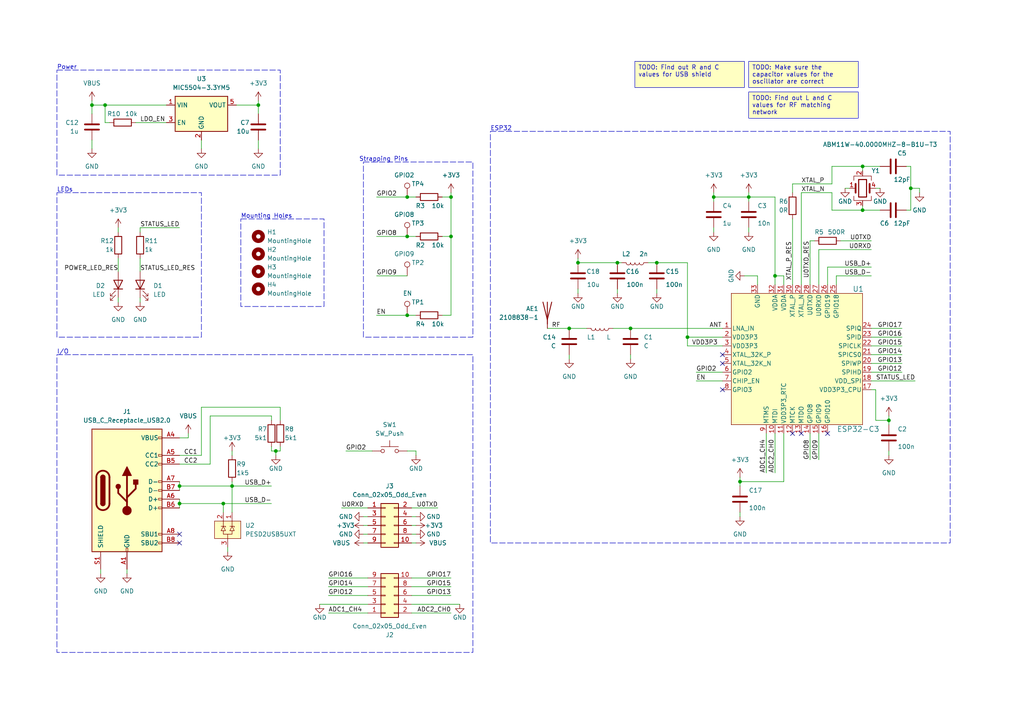
<source format=kicad_sch>
(kicad_sch (version 20230121) (generator eeschema)
  (paper "A4")
  (lib_symbols
    (symbol "Connector:TestPoint" (pin_numbers hide) (pin_names (offset 0.762) hide)
      (property "Reference" "TP" (at 0 6.858 0))
      (property "Value" "TestPoint" (at 0 5.08 0))
      (symbol "TestPoint_0_1"
        (circle (center 0 3.302) (radius 0.762))
      )
      (symbol "TestPoint_1_1"
        (pin passive line (at 0 0 90) (length 2.54) (name "1") (number "1"))
      )
    )
    (symbol "Connector:USB_C_Receptacle_USB2.0" (pin_names (offset 1.016))
      (property "Reference" "J" (at -10.16 19.05 0))
      (property "Value" "USB_C_Receptacle_USB2.0" (at 19.05 19.05 0))
      (symbol "USB_C_Receptacle_USB2.0_0_0"
        (rectangle (start -0.254 -17.78) (end 0.254 -16.764))
        (rectangle (start 10.16 -14.986) (end 9.144 -15.494))
        (rectangle (start 10.16 -12.446) (end 9.144 -12.954))
        (rectangle (start 10.16 -4.826) (end 9.144 -5.334))
        (rectangle (start 10.16 -2.286) (end 9.144 -2.794))
        (rectangle (start 10.16 0.254) (end 9.144 -0.254))
        (rectangle (start 10.16 2.794) (end 9.144 2.286))
        (rectangle (start 10.16 7.874) (end 9.144 7.366))
        (rectangle (start 10.16 10.414) (end 9.144 9.906))
        (rectangle (start 10.16 15.494) (end 9.144 14.986))
      )
      (symbol "USB_C_Receptacle_USB2.0_0_1"
        (rectangle (start -10.16 17.78) (end 10.16 -17.78) (stroke (width 0.254)) (fill (type background)))
        (arc (start -8.89 -3.81) (mid -6.985 -5.7067) (end -5.08 -3.81) (stroke (width 0.508)))
        (arc (start -7.62 -3.81) (mid -6.985 -4.4423) (end -6.35 -3.81) (stroke (width 0.254)))
        (arc (start -7.62 -3.81) (mid -6.985 -4.4423) (end -6.35 -3.81) (stroke (width 0.254)) (fill (type outline)))
        (rectangle (start -7.62 -3.81) (end -6.35 3.81) (stroke (width 0.254)) (fill (type outline)))
        (arc (start -6.35 3.81) (mid -6.985 4.4423) (end -7.62 3.81) (stroke (width 0.254)))
        (arc (start -6.35 3.81) (mid -6.985 4.4423) (end -7.62 3.81) (stroke (width 0.254)) (fill (type outline)))
        (arc (start -5.08 3.81) (mid -6.985 5.7067) (end -8.89 3.81) (stroke (width 0.508)))
        (circle (center -2.54 1.143) (radius 0.635) (stroke (width 0.254)) (fill (type outline)))
        (circle (center 0 -5.842) (radius 1.27) (fill (type outline)))
        (polyline (pts (xy -8.89 -3.81) (xy -8.89 3.81)) (stroke (width 0.508)))
        (polyline (pts (xy -5.08 3.81) (xy -5.08 -3.81)) (stroke (width 0.508)))
        (polyline (pts (xy 0 -5.842) (xy 0 4.318)) (stroke (width 0.508)))
        (polyline (pts (xy 0 -3.302) (xy -2.54 -0.762) (xy -2.54 0.508)) (stroke (width 0.508)))
        (polyline (pts (xy 0 -2.032) (xy 2.54 0.508) (xy 2.54 1.778)) (stroke (width 0.508)))
        (polyline (pts (xy -1.27 4.318) (xy 0 6.858) (xy 1.27 4.318) (xy -1.27 4.318)) (stroke (width 0.254)) (fill (type outline)))
        (rectangle (start 1.905 1.778) (end 3.175 3.048) (stroke (width 0.254)) (fill (type outline)))
      )
      (symbol "USB_C_Receptacle_USB2.0_1_1"
        (pin passive line (at 0 -22.86 90) (length 5.08) (name "GND") (number "A1"))
        (pin passive line (at 0 -22.86 90) (length 5.08) hide (name "GND") (number "A12"))
        (pin passive line (at 15.24 15.24 180) (length 5.08) (name "VBUS") (number "A4"))
        (pin bidirectional line (at 15.24 10.16 180) (length 5.08) (name "CC1") (number "A5"))
        (pin bidirectional line (at 15.24 -2.54 180) (length 5.08) (name "D+") (number "A6"))
        (pin bidirectional line (at 15.24 2.54 180) (length 5.08) (name "D-") (number "A7"))
        (pin bidirectional line (at 15.24 -12.7 180) (length 5.08) (name "SBU1") (number "A8"))
        (pin passive line (at 15.24 15.24 180) (length 5.08) hide (name "VBUS") (number "A9"))
        (pin passive line (at 0 -22.86 90) (length 5.08) hide (name "GND") (number "B1"))
        (pin passive line (at 0 -22.86 90) (length 5.08) hide (name "GND") (number "B12"))
        (pin passive line (at 15.24 15.24 180) (length 5.08) hide (name "VBUS") (number "B4"))
        (pin bidirectional line (at 15.24 7.62 180) (length 5.08) (name "CC2") (number "B5"))
        (pin bidirectional line (at 15.24 -5.08 180) (length 5.08) (name "D+") (number "B6"))
        (pin bidirectional line (at 15.24 0 180) (length 5.08) (name "D-") (number "B7"))
        (pin bidirectional line (at 15.24 -15.24 180) (length 5.08) (name "SBU2") (number "B8"))
        (pin passive line (at 15.24 15.24 180) (length 5.08) hide (name "VBUS") (number "B9"))
        (pin passive line (at -7.62 -22.86 90) (length 5.08) (name "SHIELD") (number "S1"))
      )
    )
    (symbol "Connector_Generic:Conn_02x05_Odd_Even" (pin_names (offset 1.016) hide)
      (property "Reference" "J" (at 1.27 7.62 0))
      (property "Value" "Conn_02x05_Odd_Even" (at 1.27 -7.62 0))
      (symbol "Conn_02x05_Odd_Even_1_1"
        (rectangle (start -1.27 -4.953) (end 0 -5.207) (stroke (width 0.1524)))
        (rectangle (start -1.27 -2.413) (end 0 -2.667) (stroke (width 0.1524)))
        (rectangle (start -1.27 0.127) (end 0 -0.127) (stroke (width 0.1524)))
        (rectangle (start -1.27 2.667) (end 0 2.413) (stroke (width 0.1524)))
        (rectangle (start -1.27 5.207) (end 0 4.953) (stroke (width 0.1524)))
        (rectangle (start -1.27 6.35) (end 3.81 -6.35) (stroke (width 0.254)) (fill (type background)))
        (rectangle (start 3.81 -4.953) (end 2.54 -5.207) (stroke (width 0.1524)))
        (rectangle (start 3.81 -2.413) (end 2.54 -2.667) (stroke (width 0.1524)))
        (rectangle (start 3.81 0.127) (end 2.54 -0.127) (stroke (width 0.1524)))
        (rectangle (start 3.81 2.667) (end 2.54 2.413) (stroke (width 0.1524)))
        (rectangle (start 3.81 5.207) (end 2.54 4.953) (stroke (width 0.1524)))
        (pin passive line (at -5.08 5.08 0) (length 3.81) (name "Pin_1") (number "1"))
        (pin passive line (at 7.62 -5.08 180) (length 3.81) (name "Pin_10") (number "10"))
        (pin passive line (at 7.62 5.08 180) (length 3.81) (name "Pin_2") (number "2"))
        (pin passive line (at -5.08 2.54 0) (length 3.81) (name "Pin_3") (number "3"))
        (pin passive line (at 7.62 2.54 180) (length 3.81) (name "Pin_4") (number "4"))
        (pin passive line (at -5.08 0 0) (length 3.81) (name "Pin_5") (number "5"))
        (pin passive line (at 7.62 0 180) (length 3.81) (name "Pin_6") (number "6"))
        (pin passive line (at -5.08 -2.54 0) (length 3.81) (name "Pin_7") (number "7"))
        (pin passive line (at 7.62 -2.54 180) (length 3.81) (name "Pin_8") (number "8"))
        (pin passive line (at -5.08 -5.08 0) (length 3.81) (name "Pin_9") (number "9"))
      )
    )
    (symbol "Device:Antenna" (pin_numbers hide) (pin_names (offset 1.016) hide)
      (property "Reference" "AE" (at -1.905 1.905 0))
      (property "Value" "Antenna" (at -1.905 0 0))
      (symbol "Antenna_0_1"
        (polyline (pts (xy 0 2.54) (xy 0 -3.81)) (stroke (width 0.254)))
        (polyline (pts (xy 1.27 2.54) (xy 0 -2.54) (xy -1.27 2.54)) (stroke (width 0.254)))
      )
      (symbol "Antenna_1_1"
        (pin input line (at 0 -5.08 90) (length 2.54) (name "A") (number "1"))
      )
    )
    (symbol "Device:C" (pin_numbers hide) (pin_names (offset 0.254))
      (property "Reference" "C" (at 0.635 2.54 0))
      (property "Value" "C" (at 0.635 -2.54 0))
      (symbol "C_0_1"
        (polyline (pts (xy -2.032 -0.762) (xy 2.032 -0.762)) (stroke (width 0.508)))
        (polyline (pts (xy -2.032 0.762) (xy 2.032 0.762)) (stroke (width 0.508)))
      )
      (symbol "C_1_1"
        (pin passive line (at 0 3.81 270) (length 2.794) (name "~") (number "1"))
        (pin passive line (at 0 -3.81 90) (length 2.794) (name "~") (number "2"))
      )
    )
    (symbol "Device:Crystal_GND23" (pin_names (offset 1.016) hide)
      (property "Reference" "Y" (at 3.175 5.08 0))
      (property "Value" "Crystal_GND23" (at 3.175 3.175 0))
      (symbol "Crystal_GND23_0_1"
        (rectangle (start -1.143 2.54) (end 1.143 -2.54) (stroke (width 0.3048)))
        (polyline (pts (xy -2.54 0) (xy -2.032 0)))
        (polyline (pts (xy -2.032 -1.27) (xy -2.032 1.27)) (stroke (width 0.508)))
        (polyline (pts (xy 0 -3.81) (xy 0 -3.556)))
        (polyline (pts (xy 0 3.556) (xy 0 3.81)))
        (polyline (pts (xy 2.032 -1.27) (xy 2.032 1.27)) (stroke (width 0.508)))
        (polyline (pts (xy 2.032 0) (xy 2.54 0)))
        (polyline (pts (xy -2.54 -2.286) (xy -2.54 -3.556) (xy 2.54 -3.556) (xy 2.54 -2.286)))
        (polyline (pts (xy -2.54 2.286) (xy -2.54 3.556) (xy 2.54 3.556) (xy 2.54 2.286)))
      )
      (symbol "Crystal_GND23_1_1"
        (pin passive line (at -3.81 0 0) (length 1.27) (name "1") (number "1"))
        (pin passive line (at 0 5.08 270) (length 1.27) (name "2") (number "2"))
        (pin passive line (at 0 -5.08 90) (length 1.27) (name "3") (number "3"))
        (pin passive line (at 3.81 0 180) (length 1.27) (name "4") (number "4"))
      )
    )
    (symbol "Device:L" (pin_numbers hide) (pin_names (offset 1.016) hide)
      (property "Reference" "L" (at -1.27 0 90))
      (property "Value" "L" (at 1.905 0 90))
      (symbol "L_0_1"
        (arc (start 0 -2.54) (mid 0.6323 -1.905) (end 0 -1.27))
        (arc (start 0 -1.27) (mid 0.6323 -0.635) (end 0 0))
        (arc (start 0 0) (mid 0.6323 0.635) (end 0 1.27))
        (arc (start 0 1.27) (mid 0.6323 1.905) (end 0 2.54))
      )
      (symbol "L_1_1"
        (pin passive line (at 0 3.81 270) (length 1.27) (name "1") (number "1"))
        (pin passive line (at 0 -3.81 90) (length 1.27) (name "2") (number "2"))
      )
    )
    (symbol "Device:LED" (pin_numbers hide) (pin_names (offset 1.016) hide)
      (property "Reference" "D" (at 0 2.54 0))
      (property "Value" "LED" (at 0 -2.54 0))
      (symbol "LED_0_1"
        (polyline (pts (xy -1.27 -1.27) (xy -1.27 1.27)) (stroke (width 0.254)))
        (polyline (pts (xy -1.27 0) (xy 1.27 0)))
        (polyline (pts (xy 1.27 -1.27) (xy 1.27 1.27) (xy -1.27 0) (xy 1.27 -1.27)) (stroke (width 0.254)))
        (polyline (pts (xy -3.048 -0.762) (xy -4.572 -2.286) (xy -3.81 -2.286) (xy -4.572 -2.286) (xy -4.572 -1.524)))
        (polyline (pts (xy -1.778 -0.762) (xy -3.302 -2.286) (xy -2.54 -2.286) (xy -3.302 -2.286) (xy -3.302 -1.524)))
      )
      (symbol "LED_1_1"
        (pin passive line (at -3.81 0 0) (length 2.54) (name "K") (number "1"))
        (pin passive line (at 3.81 0 180) (length 2.54) (name "A") (number "2"))
      )
    )
    (symbol "Device:R" (pin_numbers hide) (pin_names (offset 0))
      (property "Reference" "R" (at 2.032 0 90))
      (property "Value" "R" (at 0 0 90))
      (symbol "R_0_1"
        (rectangle (start -1.016 -2.54) (end 1.016 2.54) (stroke (width 0.254)))
      )
      (symbol "R_1_1"
        (pin passive line (at 0 3.81 270) (length 1.27) (name "~") (number "1"))
        (pin passive line (at 0 -3.81 90) (length 1.27) (name "~") (number "2"))
      )
    )
    (symbol "Mechanical:MountingHole" (pin_names (offset 1.016))
      (property "Reference" "H" (at 0 5.08 0))
      (property "Value" "MountingHole" (at 0 3.175 0))
      (symbol "MountingHole_0_1"
        (circle (center 0 0) (radius 1.27) (stroke (width 1.27)))
      )
    )
    (symbol "Regulator_Linear:MIC5504-3.3YM5"
      (property "Reference" "U" (at -7.62 8.89 0))
      (property "Value" "MIC5504-3.3YM5" (at -7.62 6.35 0))
      (symbol "MIC5504-3.3YM5_0_1"
        (rectangle (start -7.62 -5.08) (end 7.62 5.08) (stroke (width 0.254)) (fill (type background)))
      )
      (symbol "MIC5504-3.3YM5_1_1"
        (pin power_in line (at -10.16 2.54 0) (length 2.54) (name "VIN") (number "1"))
        (pin power_in line (at 0 -7.62 90) (length 2.54) (name "GND") (number "2"))
        (pin input line (at -10.16 -2.54 0) (length 2.54) (name "EN") (number "3"))
        (pin no_connect line (at 7.62 -2.54 180) (length 2.54) hide (name "NC") (number "4"))
        (pin power_out line (at 10.16 2.54 180) (length 2.54) (name "VOUT") (number "5"))
      )
    )
    (symbol "Switch:SW_Push" (pin_numbers hide) (pin_names (offset 1.016) hide)
      (property "Reference" "SW" (at 1.27 2.54 0))
      (property "Value" "SW_Push" (at 0 -1.524 0))
      (symbol "SW_Push_0_1"
        (circle (center -2.032 0) (radius 0.508))
        (polyline (pts (xy 0 1.27) (xy 0 3.048)))
        (polyline (pts (xy 2.54 1.27) (xy -2.54 1.27)))
        (circle (center 2.032 0) (radius 0.508))
        (pin passive line (at -5.08 0 0) (length 2.54) (name "1") (number "1"))
        (pin passive line (at 5.08 0 180) (length 2.54) (name "2") (number "2"))
      )
    )
    (symbol "encyclopedia_galactica:ESP32-C3" (pin_names (offset 0.254))
      (property "Reference" "U" (at 0 43.18 0))
      (property "Value" "ESP32-C3" (at 0 40.64 0))
      (symbol "ESP32-C3_0_1"
        (pin bidirectional line (at -21.59 8.89 0) (length 2.54) (name "LNA_IN") (number "1"))
        (pin bidirectional line (at -6.35 -21.59 90) (length 2.54) (name "MTDI") (number "10"))
        (pin power_in line (at -3.81 -21.59 90) (length 2.54) (name "VDD3P3_RTC") (number "11"))
        (pin bidirectional line (at -1.27 -21.59 90) (length 2.54) (name "MTCK") (number "12"))
        (pin bidirectional line (at 1.27 -21.59 90) (length 2.54) (name "MTDO") (number "13"))
        (pin bidirectional line (at 3.81 -21.59 90) (length 2.54) (name "GPIO8") (number "14"))
        (pin bidirectional line (at 6.35 -21.59 90) (length 2.54) (name "GPIO9") (number "15"))
        (pin bidirectional line (at 8.89 -21.59 90) (length 2.54) (name "GPIO10") (number "16"))
        (pin power_in line (at 21.59 -8.89 180) (length 2.54) (name "VDD3P3_CPU") (number "17"))
        (pin power_in line (at 21.59 -6.35 180) (length 2.54) (name "VDD_SPI") (number "18"))
        (pin bidirectional line (at 21.59 -3.81 180) (length 2.54) (name "SPIHD") (number "19"))
        (pin power_in line (at -21.59 6.35 0) (length 2.54) (name "VDD3P3") (number "2"))
        (pin bidirectional line (at 21.59 -1.27 180) (length 2.54) (name "SPIWP") (number "20"))
        (pin bidirectional line (at 21.59 1.27 180) (length 2.54) (name "SPICS0") (number "21"))
        (pin bidirectional line (at 21.59 3.81 180) (length 2.54) (name "SPICLK") (number "22"))
        (pin bidirectional line (at 21.59 6.35 180) (length 2.54) (name "SPID") (number "23"))
        (pin bidirectional line (at 21.59 8.89 180) (length 2.54) (name "SPIQ") (number "24"))
        (pin bidirectional line (at 11.43 21.59 270) (length 2.54) (name "GPIO18") (number "25"))
        (pin bidirectional line (at 8.89 21.59 270) (length 2.54) (name "GPIO19") (number "26"))
        (pin bidirectional line (at 6.35 21.59 270) (length 2.54) (name "U0RXD") (number "27"))
        (pin bidirectional line (at 3.81 21.59 270) (length 2.54) (name "U0TXD") (number "28"))
        (pin output line (at 1.27 21.59 270) (length 2.54) (name "XTAL_N") (number "29"))
        (pin power_in line (at -21.59 3.81 0) (length 2.54) (name "VDD3P3") (number "3"))
        (pin input line (at -1.27 21.59 270) (length 2.54) (name "XTAL_P") (number "30"))
        (pin power_in line (at -3.81 21.59 270) (length 2.54) (name "VDDA") (number "31"))
        (pin power_in line (at -6.35 21.59 270) (length 2.54) (name "VDDA") (number "32"))
        (pin power_out line (at -11.43 21.59 270) (length 2.54) (name "GND") (number "33"))
        (pin bidirectional line (at -21.59 1.27 0) (length 2.54) (name "XTAL_32K_P") (number "4"))
        (pin bidirectional line (at -21.59 -1.27 0) (length 2.54) (name "XTAL_32K_N") (number "5"))
        (pin bidirectional line (at -21.59 -3.81 0) (length 2.54) (name "GPIO2") (number "6"))
        (pin input line (at -21.59 -6.35 0) (length 2.54) (name "CHIP_EN") (number "7"))
        (pin bidirectional line (at -21.59 -8.89 0) (length 2.54) (name "GPIO3") (number "8"))
        (pin bidirectional line (at -8.89 -21.59 90) (length 2.54) (name "MTMS") (number "9"))
      )
      (symbol "ESP32-C3_1_1"
        (rectangle (start -19.05 19.05) (end 19.05 -19.05) (fill (type background)))
      )
    )
    (symbol "encyclopedia_galactica:PESD2USB5UXT"
      (property "Reference" "U" (at 0 24.13 0))
      (property "Value" "PESD2USB5UXT" (at 0 21.59 0))
      (symbol "PESD2USB5UXT_1_1"
        (rectangle (start -3.81 2.54) (end 3.81 -2.54) (fill (type background)))
        (polyline (pts (xy -1.905 1.016) (xy -0.635 1.016)))
        (polyline (pts (xy -1.27 1.016) (xy -1.27 2.54)))
        (polyline (pts (xy -0.635 1.016) (xy -0.635 0.762)))
        (polyline (pts (xy 0 -1.27) (xy 0 -2.54)))
        (polyline (pts (xy 0.635 1.016) (xy 1.905 1.016)))
        (polyline (pts (xy 1.27 1.016) (xy 1.27 2.54)))
        (polyline (pts (xy 1.905 1.016) (xy 1.905 0.762)))
        (polyline (pts (xy -1.905 -0.254) (xy -1.27 1.016) (xy -0.635 -0.254) (xy -1.905 -0.254)))
        (polyline (pts (xy -1.27 -0.254) (xy -1.27 -1.27) (xy 1.27 -1.27) (xy 1.27 -0.254)))
        (polyline (pts (xy 0.635 -0.254) (xy 1.27 1.016) (xy 1.905 -0.254) (xy 0.635 -0.254)))
        (pin open_collector line (at 1.27 5.08 270) (length 2.54) (name "") (number "1"))
        (pin open_collector line (at -1.27 5.08 270) (length 2.54) (name "") (number "2"))
        (pin power_out line (at 0 -5.08 90) (length 2.54) (name "") (number "3"))
      )
    )
    (symbol "power:+3V3" (power) (pin_names (offset 0))
      (property "Value" "+3V3" (at 0 3.556 0))
      (symbol "+3V3_0_1"
        (polyline (pts (xy -0.762 1.27) (xy 0 2.54)))
        (polyline (pts (xy 0 0) (xy 0 2.54)))
        (polyline (pts (xy 0 2.54) (xy 0.762 1.27)))
      )
      (symbol "+3V3_1_1"
        (pin power_in line (at 0 0 90) (length 0) hide (name "+3V3") (number "1"))
      )
    )
    (symbol "power:GND" (power) (pin_names (offset 0))
      (property "Value" "GND" (at 0 -3.81 0))
      (symbol "GND_0_1"
        (polyline (pts (xy 0 0) (xy 0 -1.27) (xy 1.27 -1.27) (xy 0 -2.54) (xy -1.27 -1.27) (xy 0 -1.27)))
      )
      (symbol "GND_1_1"
        (pin power_in line (at 0 0 270) (length 0) hide (name "GND") (number "1"))
      )
    )
    (symbol "power:VBUS" (power) (pin_names (offset 0))
      (property "Value" "VBUS" (at 0 3.81 0))
      (symbol "VBUS_0_1"
        (polyline (pts (xy -0.762 1.27) (xy 0 2.54)))
        (polyline (pts (xy 0 0) (xy 0 2.54)))
        (polyline (pts (xy 0 2.54) (xy 0.762 1.27)))
      )
      (symbol "VBUS_1_1"
        (pin power_in line (at 0 0 90) (length 0) hide (name "VBUS") (number "1"))
      )
    )
  )
  (junction (at 26.67 30.48))
  (junction (at 64.77 146.05))
  (junction (at 182.88 95.25))
  (junction (at 224.79 80.01))
  (junction (at 167.64 76.2))
  (junction (at 118.11 68.58))
  (junction (at 130.81 57.15))
  (junction (at 74.93 30.48))
  (junction (at 207.01 57.15))
  (junction (at 179.07 76.2))
  (junction (at 214.63 139.7))
  (junction (at 217.17 57.15))
  (junction (at 30.48 30.48))
  (junction (at 80.01 130.81))
  (junction (at 118.11 57.15))
  (junction (at 67.31 140.97))
  (junction (at 52.07 146.05))
  (junction (at 118.11 91.44))
  (junction (at 190.5 76.2))
  (junction (at 257.81 121.92))
  (junction (at 264.16 54.61))
  (junction (at 130.81 68.58))
  (junction (at 250.19 48.26))
  (junction (at 199.39 97.79))
  (junction (at 52.07 140.97))
  (junction (at 165.1 95.25))
  (junction (at 250.19 60.96))
  (no_connect (at 240.03 125.73))
  (no_connect (at 209.55 113.03))
  (no_connect (at 209.55 102.87))
  (no_connect (at 52.07 154.94))
  (no_connect (at 229.87 125.73))
  (no_connect (at 52.07 157.48))
  (no_connect (at 232.41 125.73))
  (no_connect (at 209.55 105.41))
  (wire (pts (xy 52.07 144.78) (xy 52.07 146.05)))
  (wire (pts (xy 30.48 30.48) (xy 48.26 30.48)))
  (wire (pts (xy 252.73 95.25) (xy 261.62 95.25)))
  (wire (pts (xy 66.04 158.75) (xy 66.04 160.02)))
  (wire (pts (xy 40.64 86.36) (xy 40.64 87.63)))
  (wire (pts (xy 234.95 69.85) (xy 234.95 82.55)))
  (wire (pts (xy 118.11 57.15) (xy 109.22 57.15)))
  (wire (pts (xy 201.93 107.95) (xy 209.55 107.95)))
  (wire (pts (xy 52.07 146.05) (xy 64.77 146.05)))
  (wire (pts (xy 64.77 146.05) (xy 64.77 148.59)))
  (wire (pts (xy 266.7 54.61) (xy 264.16 54.61)))
  (wire (pts (xy 127 147.32) (xy 119.38 147.32)))
  (wire (pts (xy 217.17 66.04) (xy 217.17 67.31)))
  (wire (pts (xy 252.73 100.33) (xy 261.62 100.33)))
  (wire (pts (xy 167.64 76.2) (xy 179.07 76.2)))
  (wire (pts (xy 118.11 130.81) (xy 120.65 130.81)))
  (wire (pts (xy 229.87 53.34) (xy 241.3 53.34)))
  (wire (pts (xy 252.73 97.79) (xy 261.62 97.79)))
  (wire (pts (xy 120.65 57.15) (xy 118.11 57.15)))
  (wire (pts (xy 52.07 139.7) (xy 52.07 140.97)))
  (wire (pts (xy 252.73 72.39) (xy 237.49 72.39)))
  (wire (pts (xy 224.79 57.15) (xy 224.79 80.01)))
  (wire (pts (xy 250.19 48.26) (xy 250.19 49.53)))
  (wire (pts (xy 254 121.92) (xy 254 113.03)))
  (wire (pts (xy 241.3 60.96) (xy 241.3 55.88)))
  (wire (pts (xy 240.03 77.47) (xy 240.03 82.55)))
  (wire (pts (xy 119.38 170.18) (xy 130.81 170.18)))
  (wire (pts (xy 52.07 66.04) (xy 40.64 66.04)))
  (wire (pts (xy 36.83 165.1) (xy 36.83 166.37)))
  (wire (pts (xy 26.67 30.48) (xy 30.48 30.48)))
  (wire (pts (xy 54.61 127) (xy 54.61 125.73)))
  (wire (pts (xy 52.07 146.05) (xy 52.07 147.32)))
  (wire (pts (xy 52.07 132.08) (xy 58.42 132.08)))
  (wire (pts (xy 246.38 54.61) (xy 245.11 54.61)))
  (wire (pts (xy 179.07 83.82) (xy 179.07 85.09)))
  (wire (pts (xy 232.41 55.88) (xy 232.41 82.55)))
  (wire (pts (xy 99.06 147.32) (xy 106.68 147.32)))
  (wire (pts (xy 81.28 129.54) (xy 81.28 130.81)))
  (wire (pts (xy 105.41 152.4) (xy 106.68 152.4)))
  (wire (pts (xy 67.31 139.7) (xy 67.31 140.97)))
  (wire (pts (xy 182.88 95.25) (xy 209.55 95.25)))
  (wire (pts (xy 78.74 120.65) (xy 78.74 121.92)))
  (wire (pts (xy 214.63 139.7) (xy 214.63 138.43)))
  (wire (pts (xy 119.38 172.72) (xy 130.81 172.72)))
  (wire (pts (xy 29.21 165.1) (xy 29.21 166.37)))
  (wire (pts (xy 257.81 120.65) (xy 257.81 121.92)))
  (wire (pts (xy 119.38 177.8) (xy 130.81 177.8)))
  (wire (pts (xy 167.64 83.82) (xy 167.64 85.09)))
  (wire (pts (xy 242.57 80.01) (xy 252.73 80.01)))
  (wire (pts (xy 34.29 66.04) (xy 34.29 67.31)))
  (wire (pts (xy 39.37 35.56) (xy 48.26 35.56)))
  (wire (pts (xy 67.31 140.97) (xy 78.74 140.97)))
  (wire (pts (xy 118.11 68.58) (xy 109.22 68.58)))
  (wire (pts (xy 224.79 125.73) (xy 224.79 137.16)))
  (wire (pts (xy 52.07 140.97) (xy 67.31 140.97)))
  (wire (pts (xy 254 121.92) (xy 257.81 121.92)))
  (wire (pts (xy 207.01 55.88) (xy 207.01 57.15)))
  (wire (pts (xy 118.11 80.01) (xy 109.22 80.01)))
  (wire (pts (xy 224.79 80.01) (xy 227.33 80.01)))
  (wire (pts (xy 241.3 48.26) (xy 241.3 53.34)))
  (wire (pts (xy 232.41 55.88) (xy 241.3 55.88)))
  (wire (pts (xy 190.5 83.82) (xy 190.5 85.09)))
  (wire (pts (xy 105.41 157.48) (xy 106.68 157.48)))
  (wire (pts (xy 165.1 95.25) (xy 170.18 95.25)))
  (wire (pts (xy 255.27 60.96) (xy 250.19 60.96)))
  (wire (pts (xy 120.65 130.81) (xy 120.65 132.08)))
  (wire (pts (xy 130.81 91.44) (xy 128.27 91.44)))
  (wire (pts (xy 262.89 60.96) (xy 264.16 60.96)))
  (wire (pts (xy 201.93 110.49) (xy 209.55 110.49)))
  (wire (pts (xy 95.25 167.64) (xy 106.68 167.64)))
  (wire (pts (xy 119.38 157.48) (xy 120.65 157.48)))
  (wire (pts (xy 92.71 175.26) (xy 106.68 175.26)))
  (wire (pts (xy 31.75 35.56) (xy 30.48 35.56)))
  (wire (pts (xy 229.87 63.5) (xy 229.87 82.55)))
  (wire (pts (xy 257.81 130.81) (xy 257.81 132.08)))
  (wire (pts (xy 100.33 130.81) (xy 107.95 130.81)))
  (wire (pts (xy 199.39 76.2) (xy 190.5 76.2)))
  (wire (pts (xy 118.11 91.44) (xy 109.22 91.44)))
  (wire (pts (xy 242.57 80.01) (xy 242.57 82.55)))
  (wire (pts (xy 264.16 48.26) (xy 262.89 48.26)))
  (wire (pts (xy 81.28 118.11) (xy 81.28 121.92)))
  (wire (pts (xy 67.31 130.81) (xy 67.31 132.08)))
  (wire (pts (xy 68.58 30.48) (xy 74.93 30.48)))
  (wire (pts (xy 229.87 53.34) (xy 229.87 55.88)))
  (wire (pts (xy 105.41 154.94) (xy 106.68 154.94)))
  (wire (pts (xy 40.64 74.93) (xy 40.64 78.74)))
  (wire (pts (xy 52.07 140.97) (xy 52.07 142.24)))
  (wire (pts (xy 80.01 130.81) (xy 80.01 132.08)))
  (wire (pts (xy 250.19 60.96) (xy 250.19 59.69)))
  (wire (pts (xy 67.31 140.97) (xy 67.31 148.59)))
  (wire (pts (xy 222.25 125.73) (xy 222.25 137.16)))
  (wire (pts (xy 34.29 74.93) (xy 34.29 78.74)))
  (wire (pts (xy 130.81 68.58) (xy 128.27 68.58)))
  (wire (pts (xy 207.01 57.15) (xy 217.17 57.15)))
  (wire (pts (xy 133.35 175.26) (xy 119.38 175.26)))
  (wire (pts (xy 187.96 76.2) (xy 190.5 76.2)))
  (wire (pts (xy 74.93 40.64) (xy 74.93 43.18)))
  (wire (pts (xy 237.49 125.73) (xy 237.49 133.35)))
  (wire (pts (xy 58.42 132.08) (xy 58.42 118.11)))
  (wire (pts (xy 214.63 139.7) (xy 227.33 139.7)))
  (wire (pts (xy 119.38 149.86) (xy 120.65 149.86)))
  (wire (pts (xy 252.73 105.41) (xy 261.62 105.41)))
  (wire (pts (xy 214.63 148.59) (xy 214.63 149.86)))
  (wire (pts (xy 58.42 118.11) (xy 81.28 118.11)))
  (wire (pts (xy 177.8 95.25) (xy 182.88 95.25)))
  (wire (pts (xy 74.93 29.21) (xy 74.93 30.48)))
  (wire (pts (xy 182.88 102.87) (xy 182.88 104.14)))
  (wire (pts (xy 119.38 152.4) (xy 120.65 152.4)))
  (wire (pts (xy 118.11 68.58) (xy 120.65 68.58)))
  (wire (pts (xy 254 113.03) (xy 252.73 113.03)))
  (wire (pts (xy 243.84 69.85) (xy 252.73 69.85)))
  (wire (pts (xy 257.81 121.92) (xy 257.81 123.19)))
  (wire (pts (xy 234.95 125.73) (xy 234.95 133.35)))
  (wire (pts (xy 95.25 170.18) (xy 106.68 170.18)))
  (wire (pts (xy 119.38 167.64) (xy 130.81 167.64)))
  (wire (pts (xy 217.17 57.15) (xy 224.79 57.15)))
  (wire (pts (xy 74.93 33.02) (xy 74.93 30.48)))
  (wire (pts (xy 105.41 149.86) (xy 106.68 149.86)))
  (wire (pts (xy 264.16 60.96) (xy 264.16 54.61)))
  (wire (pts (xy 199.39 100.33) (xy 199.39 97.79)))
  (wire (pts (xy 130.81 57.15) (xy 130.81 68.58)))
  (wire (pts (xy 52.07 134.62) (xy 60.96 134.62)))
  (wire (pts (xy 179.07 76.2) (xy 180.34 76.2)))
  (wire (pts (xy 78.74 129.54) (xy 78.74 130.81)))
  (wire (pts (xy 26.67 29.21) (xy 26.67 30.48)))
  (wire (pts (xy 252.73 77.47) (xy 240.03 77.47)))
  (wire (pts (xy 64.77 146.05) (xy 78.74 146.05)))
  (wire (pts (xy 165.1 102.87) (xy 165.1 104.14)))
  (wire (pts (xy 252.73 102.87) (xy 261.62 102.87)))
  (wire (pts (xy 264.16 54.61) (xy 264.16 48.26)))
  (wire (pts (xy 52.07 127) (xy 54.61 127)))
  (wire (pts (xy 217.17 55.88) (xy 217.17 57.15)))
  (wire (pts (xy 130.81 55.88) (xy 130.81 57.15)))
  (wire (pts (xy 227.33 80.01) (xy 227.33 82.55)))
  (wire (pts (xy 58.42 40.64) (xy 58.42 43.18)))
  (wire (pts (xy 241.3 60.96) (xy 250.19 60.96)))
  (wire (pts (xy 207.01 66.04) (xy 207.01 67.31)))
  (wire (pts (xy 130.81 57.15) (xy 128.27 57.15)))
  (wire (pts (xy 224.79 80.01) (xy 224.79 82.55)))
  (wire (pts (xy 214.63 140.97) (xy 214.63 139.7)))
  (wire (pts (xy 80.01 130.81) (xy 81.28 130.81)))
  (wire (pts (xy 217.17 57.15) (xy 217.17 58.42)))
  (wire (pts (xy 250.19 48.26) (xy 241.3 48.26)))
  (wire (pts (xy 266.7 55.88) (xy 266.7 54.61)))
  (wire (pts (xy 95.25 172.72) (xy 106.68 172.72)))
  (wire (pts (xy 255.27 48.26) (xy 250.19 48.26)))
  (wire (pts (xy 252.73 107.95) (xy 261.62 107.95)))
  (wire (pts (xy 120.65 91.44) (xy 118.11 91.44)))
  (wire (pts (xy 130.81 68.58) (xy 130.81 91.44)))
  (wire (pts (xy 78.74 130.81) (xy 80.01 130.81)))
  (wire (pts (xy 199.39 97.79) (xy 199.39 76.2)))
  (wire (pts (xy 119.38 154.94) (xy 120.65 154.94)))
  (wire (pts (xy 158.75 95.25) (xy 165.1 95.25)))
  (wire (pts (xy 252.73 110.49) (xy 265.43 110.49)))
  (wire (pts (xy 26.67 30.48) (xy 26.67 33.02)))
  (wire (pts (xy 60.96 134.62) (xy 60.96 120.65)))
  (wire (pts (xy 237.49 72.39) (xy 237.49 82.55)))
  (wire (pts (xy 95.25 177.8) (xy 106.68 177.8)))
  (wire (pts (xy 255.27 54.61) (xy 254 54.61)))
  (wire (pts (xy 26.67 40.64) (xy 26.67 43.18)))
  (wire (pts (xy 60.96 120.65) (xy 78.74 120.65)))
  (wire (pts (xy 199.39 97.79) (xy 209.55 97.79)))
  (wire (pts (xy 234.95 69.85) (xy 236.22 69.85)))
  (wire (pts (xy 40.64 66.04) (xy 40.64 67.31)))
  (wire (pts (xy 209.55 100.33) (xy 199.39 100.33)))
  (wire (pts (xy 219.71 80.01) (xy 219.71 82.55)))
  (wire (pts (xy 167.64 74.93) (xy 167.64 76.2)))
  (wire (pts (xy 30.48 35.56) (xy 30.48 30.48)))
  (wire (pts (xy 34.29 86.36) (xy 34.29 87.63)))
  (wire (pts (xy 207.01 57.15) (xy 207.01 58.42)))
  (wire (pts (xy 227.33 125.73) (xy 227.33 139.7)))
  (wire (pts (xy 215.9 80.01) (xy 219.71 80.01)))
  (rectangle (start 16.51 20.32) (end 81.28 50.8) (stroke (width 0) (type dash)))
  (rectangle (start 69.85 63.5) (end 93.98 88.9) (stroke (width 0) (type dash)))
  (rectangle (start 105.41 46.99) (end 137.16 97.79) (stroke (width 0) (type dash)))
  (rectangle (start 16.51 102.87) (end 137.16 189.23) (stroke (width 0) (type dash)))
  (rectangle (start 16.51 55.88) (end 58.42 97.79) (stroke (width 0) (type dash)))
  (rectangle (start 142.24 38.1) (end 275.59 157.48) (stroke (width 0) (type dash)))
  (text_box "TODO: Find out L and C values for RF matching network" (at 217.17 26.67 0) (size 31.75 7.62) (fill (type color) (color 255 255 194 1)) (effects (font (size 1.27 1.27)) (justify left top)))
  (text_box "TODO: Find out R and C values for USB shield" (at 184.15 17.78 0) (size 31.75 7.62) (fill (type color) (color 255 255 194 1)) (effects (font (size 1.27 1.27)) (justify left top)))
  (text_box "TODO: Make sure the capacitor values for the oscillator are correct" (at 217.17 17.78 0) (size 31.75 7.62) (fill (type color) (color 255 255 194 1)) (effects (font (size 1.27 1.27)) (justify left top)))
  (text "ESP32" (at 142.24 38.1 0) (effects (font (size 1.27 1.27)) (justify left bottom)))
  (text "I/O" (at 16.51 102.87 0) (effects (font (size 1.27 1.27)) (justify left bottom)))
  (text "Mounting Holes" (at 69.85 63.5 0) (effects (font (size 1.27 1.27)) (justify left bottom)))
  (text "Power" (at 16.51 20.32 0) (effects (font (size 1.27 1.27)) (justify left bottom)))
  (text "Strapping Pins" (at 104.14 46.99 0) (effects (font (size 1.27 1.27)) (justify left bottom)))
  (text "LEDs" (at 16.51 55.88 0) (effects (font (size 1.27 1.27)) (justify left bottom)))
  (label "ADC1_CH4" (at 222.25 137.16 90))
  (label "U0RXD" (at 99.06 147.32 0))
  (label "GPIO2" (at 100.33 130.81 0))
  (label "USB_D-" (at 78.74 146.05 180))
  (label "GPIO12" (at 95.25 172.72 0))
  (label "EN" (at 201.93 110.49 0))
  (label "GPIO16" (at 95.25 167.64 0))
  (label "GPIO13" (at 130.81 172.72 180))
  (label "USB_D+" (at 78.74 140.97 180))
  (label "ADC1_CH4" (at 95.25 177.8 0))
  (label "USB_D+" (at 252.73 77.47 180))
  (label "GPIO2" (at 109.22 57.15 0))
  (label "LDO_EN" (at 40.64 35.56 0))
  (label "GPIO14" (at 261.62 102.87 180))
  (label "GPIO9" (at 237.49 133.35 90))
  (label "STATUS_LED" (at 265.43 110.49 180))
  (label "GPIO17" (at 261.62 95.25 180))
  (label "GPIO14" (at 95.25 170.18 0))
  (label "U0TXD" (at 127 147.32 180))
  (label "ADC2_CH0" (at 224.79 137.16 90))
  (label "STATUS_LED_RES" (at 40.64 78.74 0))
  (label "U0RXD" (at 252.73 72.39 180))
  (label "VDD3P3" (at 200.66 100.33 0))
  (label "ANT" (at 205.74 95.25 0))
  (label "CC1" (at 53.34 132.08 0))
  (label "USB_D-" (at 252.73 80.01 180))
  (label "GPIO12" (at 261.62 107.95 180))
  (label "XTAL_P" (at 232.41 53.34 0))
  (label "U0TXD" (at 252.73 69.85 180))
  (label "GPIO9" (at 109.22 80.01 0))
  (label "XTAL_P_RES" (at 229.87 81.28 90))
  (label "GPIO15" (at 130.81 170.18 180))
  (label "XTAL_N" (at 232.41 55.88 0))
  (label "GPIO16" (at 261.62 97.79 180))
  (label "RF" (at 160.02 95.25 0))
  (label "U0TXD_RES" (at 234.95 69.85 270))
  (label "EN" (at 109.22 91.44 0))
  (label "GPIO8" (at 109.22 68.58 0))
  (label "GPIO13" (at 261.62 105.41 180))
  (label "GPIO17" (at 130.81 167.64 180))
  (label "GPIO2" (at 201.93 107.95 0))
  (label "ADC2_CH0" (at 130.81 177.8 180))
  (label "STATUS_LED" (at 52.07 66.04 180))
  (label "CC2" (at 53.34 134.62 0))
  (label "POWER_LED_RES" (at 34.29 78.74 180))
  (label "GPIO15" (at 261.62 100.33 180))
  (label "GPIO8" (at 234.95 133.35 90))
  (symbol (lib_id "power:GND") (at 245.11 54.61 0) (mirror y) (unit 1)
    (property "Reference" "#PWR03" (effects hide))
    (property "Value" "GND" (at 245.11 58.42 0))
  )
  (symbol (lib_id "Connector:USB_C_Receptacle_USB2.0") (at 36.83 142.24 0) (unit 1)
    (property "Reference" "J1" (at 36.83 119.38 0))
    (property "Value" "USB_C_Receptacle_USB2.0" (at 36.83 121.92 0))
    (property "Footprint" "Connector_USB:USB_C_Receptacle_GCT_USB4105-xx-A_16P_TopMnt_Horizontal" (effects hide))
    (property "Datasheet" "https://www.usb.org/sites/default/files/documents/usb_type-c.zip" (effects hide))
  )
  (symbol (lib_id "Device:LED") (at 34.29 82.55 270) (mirror x) (unit 1)
    (property "Reference" "D2" (at 30.48 82.8675 90) (effects (justify right)))
    (property "Value" "LED" (at 30.48 85.4075 90) (effects (justify right)))
    (property "Footprint" "LED_SMD:LED_0603_1608Metric" (effects hide))
  )
  (symbol (lib_id "power:+3V3") (at 34.29 66.04 0) (mirror y) (unit 1)
    (property "Reference" "#PWR044" (effects hide))
    (property "Value" "+3V3" (at 34.29 60.96 0))
  )
  (symbol (lib_id "Device:R") (at 229.87 59.69 0) (mirror y) (unit 1)
    (property "Reference" "R6" (at 228.6 58.42 0) (effects (justify left)))
    (property "Value" "0R" (at 228.6 60.96 0) (effects (justify left)))
    (property "Footprint" "Resistor_SMD:R_0402_1005Metric" (effects hide))
  )
  (symbol (lib_id "power:+3V3") (at 67.31 130.81 0) (unit 1)
    (property "Reference" "#PWR038" (effects hide))
    (property "Value" "+3V3" (at 67.31 127 0))
  )
  (symbol (lib_id "Device:R") (at 124.46 91.44 270) (mirror x) (unit 1)
    (property "Reference" "R4" (at 121.92 93.98 90))
    (property "Value" "10k" (at 127 93.98 90))
    (property "Footprint" "Resistor_SMD:R_0402_1005Metric" (effects hide))
  )
  (symbol (lib_id "power:GND") (at 207.01 67.31 0) (unit 1)
    (property "Reference" "#PWR023" (effects hide))
    (property "Value" "GND" (at 207.01 72.39 0))
  )
  (symbol (lib_id "power:GND") (at 74.93 43.18 0) (unit 1)
    (property "Reference" "#PWR039" (effects hide))
    (property "Value" "GND" (at 74.93 48.26 0))
  )
  (symbol (lib_id "power:VBUS") (at 105.41 157.48 90) (unit 1)
    (property "Reference" "#PWR032" (effects hide))
    (property "Value" "VBUS" (at 101.6 157.48 90) (effects (justify left)))
  )
  (symbol (lib_id "power:GND") (at 105.41 154.94 270) (unit 1)
    (property "Reference" "#PWR030" (effects hide))
    (property "Value" "GND" (at 100.33 154.94 90))
  )
  (symbol (lib_id "Mechanical:MountingHole") (at 74.93 78.74 0) (unit 1)
    (property "Reference" "H3" (at 77.47 77.47 0) (effects (justify left)))
    (property "Value" "MountingHole" (at 77.47 80.01 0) (effects (justify left)))
    (property "Footprint" "MountingHole:MountingHole_2.2mm_M2" (effects hide))
  )
  (symbol (lib_id "encyclopedia_galactica:PESD2USB5UXT") (at 66.04 153.67 0) (unit 1)
    (property "Reference" "U2" (at 71.12 152.4 0) (effects (justify left)))
    (property "Value" "PESD2USB5UXT" (at 71.12 154.94 0) (effects (justify left)))
    (property "Footprint" "Package_TO_SOT_SMD:TSOT-23" (effects hide))
    (property "Datasheet" "https://assets.nexperia.com/documents/data-sheet/PESD2USB5UX-T.pdf" (effects hide))
  )
  (symbol (lib_id "power:GND") (at 179.07 85.09 0) (mirror y) (unit 1)
    (property "Reference" "#PWR018" (effects hide))
    (property "Value" "GND" (at 179.07 88.9 0))
  )
  (symbol (lib_id "Mechanical:MountingHole") (at 74.93 68.58 0) (unit 1)
    (property "Reference" "H1" (at 77.47 67.31 0) (effects (justify left)))
    (property "Value" "MountingHole" (at 77.47 69.85 0) (effects (justify left)))
    (property "Footprint" "MountingHole:MountingHole_2.2mm_M2" (effects hide))
  )
  (symbol (lib_id "Device:C") (at 167.64 80.01 0) (unit 1)
    (property "Reference" "C18" (at 173.99 78.74 0) (effects (justify right)))
    (property "Value" "10u" (at 173.99 82.55 0) (effects (justify right)))
    (property "Footprint" "Capacitor_SMD:C_0603_1608Metric" (effects hide))
  )
  (symbol (lib_id "Device:R") (at 78.74 125.73 0) (unit 1)
    (property "Reference" "R7" (at 77.47 124.46 0) (effects (justify right)))
    (property "Value" "5k1" (at 77.47 127 0) (effects (justify right)))
    (property "Footprint" "Resistor_SMD:R_0402_1005Metric" (effects hide))
  )
  (symbol (lib_id "power:+3V3") (at 217.17 55.88 0) (mirror y) (unit 1)
    (property "Reference" "#PWR04" (effects hide))
    (property "Value" "+3V3" (at 217.17 50.8 0))
  )
  (symbol (lib_id "power:GND") (at 58.42 43.18 0) (unit 1)
    (property "Reference" "#PWR016" (effects hide))
    (property "Value" "GND" (at 58.42 48.26 0))
  )
  (symbol (lib_id "power:+3V3") (at 207.01 55.88 0) (mirror y) (unit 1)
    (property "Reference" "#PWR022" (effects hide))
    (property "Value" "+3V3" (at 207.01 50.8 0))
  )
  (symbol (lib_id "Connector_Generic:Conn_02x05_Odd_Even") (at 111.76 152.4 0) (unit 1)
    (property "Reference" "J3" (at 113.03 140.97 0))
    (property "Value" "Conn_02x05_Odd_Even" (at 113.03 143.51 0))
    (property "Footprint" "Connector_PinHeader_2.54mm:PinHeader_2x05_P2.54mm_Vertical" (effects hide))
  )
  (symbol (lib_id "Device:C") (at 165.1 99.06 0) (unit 1)
    (property "Reference" "C14" (at 161.29 97.79 0) (effects (justify right)))
    (property "Value" "C" (at 161.29 100.33 0) (effects (justify right)))
    (property "Footprint" "Capacitor_SMD:C_0402_1005Metric" (effects hide))
  )
  (symbol (lib_id "power:GND") (at 266.7 55.88 0) (mirror y) (unit 1)
    (property "Reference" "#PWR025" (effects hide))
    (property "Value" "GND" (at 266.7 60.96 0))
  )
  (symbol (lib_id "power:VBUS") (at 26.67 29.21 0) (unit 1)
    (property "Reference" "#PWR014" (effects hide))
    (property "Value" "VBUS" (at 26.67 24.13 0))
  )
  (symbol (lib_id "Connector:TestPoint") (at 118.11 91.44 0) (unit 1)
    (property "Reference" "TP1" (at 119.38 87.63 0) (effects (justify left)))
    (property "Value" "EN" (at 116.84 85.09 0) (effects (justify left)))
    (property "Footprint" "TestPoint:TestPoint_Pad_D1.5mm" (effects hide))
  )
  (symbol (lib_id "Connector_Generic:Conn_02x05_Odd_Even") (at 111.76 172.72 0) (mirror x) (unit 1)
    (property "Reference" "J2" (at 113.03 184.15 0))
    (property "Value" "Conn_02x05_Odd_Even" (at 113.03 181.61 0))
    (property "Footprint" "Connector_PinHeader_2.54mm:PinHeader_2x05_P2.54mm_Vertical" (effects hide))
  )
  (symbol (lib_id "power:GND") (at 217.17 67.31 0) (unit 1)
    (property "Reference" "#PWR021" (effects hide))
    (property "Value" "GND" (at 217.17 72.39 0))
  )
  (symbol (lib_id "power:GND") (at 165.1 104.14 0) (mirror y) (unit 1)
    (property "Reference" "#PWR017" (effects hide))
    (property "Value" "GND" (at 165.1 109.22 0))
  )
  (symbol (lib_id "Device:C") (at 217.17 62.23 0) (mirror y) (unit 1)
    (property "Reference" "C3" (at 219.71 59.69 0) (effects (justify right)))
    (property "Value" "10n" (at 219.71 64.77 0) (effects (justify right)))
    (property "Footprint" "Capacitor_SMD:C_0402_1005Metric" (effects hide))
  )
  (symbol (lib_id "power:+3V3") (at 74.93 29.21 0) (unit 1)
    (property "Reference" "#PWR015" (effects hide))
    (property "Value" "+3V3" (at 74.93 24.13 0))
  )
  (symbol (lib_id "power:GND") (at 190.5 85.09 0) (unit 1)
    (property "Reference" "#PWR019" (effects hide))
    (property "Value" "GND" (at 190.5 88.9 0))
  )
  (symbol (lib_id "Device:R") (at 67.31 135.89 0) (mirror y) (unit 1)
    (property "Reference" "R9" (at 68.58 134.62 0) (effects (justify right)))
    (property "Value" "1k5" (at 68.58 137.16 0) (effects (justify right)))
    (property "Footprint" "Resistor_SMD:R_0402_1005Metric" (effects hide))
  )
  (symbol (lib_id "Device:R") (at 34.29 71.12 0) (unit 1)
    (property "Reference" "R12" (at 33.02 69.85 0) (effects (justify right)))
    (property "Value" "1k" (at 33.02 72.39 0) (effects (justify right)))
    (property "Footprint" "Resistor_SMD:R_0402_1005Metric" (effects hide))
  )
  (symbol (lib_id "power:GND") (at 66.04 160.02 0) (unit 1)
    (property "Reference" "#PWR041" (effects hide))
    (property "Value" "GND" (at 66.04 165.1 0))
  )
  (symbol (lib_id "power:+3V3") (at 214.63 138.43 0) (mirror y) (unit 1)
    (property "Reference" "#PWR06" (effects hide))
    (property "Value" "+3V3" (at 214.63 133.35 0))
  )
  (symbol (lib_id "encyclopedia_galactica:ESP32-C3") (at 231.14 104.14 0) (unit 1)
    (property "Reference" "U1" (at 248.92 83.82 0) (effects (font (size 1.524 1.524))))
    (property "Value" "ESP32-C3" (at 248.92 124.46 0) (effects (font (size 1.524 1.524))))
    (property "Footprint" "encyclopedia_galactica:QFN32_5X5_EXP" (effects hide))
    (property "Datasheet" "https://www.espressif.com/sites/default/files/documentation/esp32-c3_datasheet_en.pdf" (effects hide))
    (property "HW_Guidelines" "https://www.espressif.com/sites/default/files/documentation/esp32-c3_hardware_design_guidelines_en.pdf" (effects hide))
  )
  (symbol (lib_id "Device:C") (at 74.93 36.83 0) (unit 1)
    (property "Reference" "C7" (at 72.39 35.56 0) (effects (justify right)))
    (property "Value" "10u" (at 72.39 38.1 0) (effects (justify right)))
    (property "Footprint" "Capacitor_SMD:C_0603_1608Metric" (effects hide))
  )
  (symbol (lib_id "Device:Crystal_GND23") (at 250.19 54.61 0) (unit 1)
    (property "Reference" "Y1" (at 254 49.53 0))
    (property "Value" "ABM11W-40.0000MHZ-8-B1U-T3" (at 255.27 41.91 0))
    (property "Footprint" "encyclopedia_galactica:ABM11W-30.0000MHZ-7-D1X-T3" (effects hide))
  )
  (symbol (lib_id "power:GND") (at 120.65 132.08 0) (unit 1)
    (property "Reference" "#PWR036" (effects hide))
    (property "Value" "GND" (at 120.65 135.89 0))
  )
  (symbol (lib_id "Device:C") (at 259.08 60.96 90) (mirror x) (unit 1)
    (property "Reference" "C6" (at 256.54 64.77 90))
    (property "Value" "12pF" (at 261.62 64.77 90))
    (property "Footprint" "Capacitor_SMD:C_0402_1005Metric" (effects hide))
  )
  (symbol (lib_id "Switch:SW_Push") (at 113.03 130.81 0) (mirror y) (unit 1)
    (property "Reference" "SW1" (at 113.03 123.19 0))
    (property "Value" "SW_Push" (at 113.03 125.73 0))
    (property "Footprint" "Button_Switch_SMD:SW_SPST_B3U-1000P" (effects hide))
  )
  (symbol (lib_id "power:GND") (at 105.41 149.86 270) (unit 1)
    (property "Reference" "#PWR026" (effects hide))
    (property "Value" "GND" (at 100.33 149.86 90))
  )
  (symbol (lib_id "power:GND") (at 120.65 149.86 90) (unit 1)
    (property "Reference" "#PWR027" (effects hide))
    (property "Value" "GND" (at 125.73 149.86 90))
  )
  (symbol (lib_id "Device:Antenna") (at 158.75 90.17 0) (mirror y) (unit 1)
    (property "Reference" "AE1" (at 156.21 89.535 0) (effects (justify left)))
    (property "Value" "2108838-1" (at 156.21 92.075 0) (effects (justify left)))
    (property "Footprint" "encyclopedia_galactica:2108838-1" (effects hide))
  )
  (symbol (lib_id "Mechanical:MountingHole") (at 74.93 73.66 0) (unit 1)
    (property "Reference" "H2" (at 77.47 72.39 0) (effects (justify left)))
    (property "Value" "MountingHole" (at 77.47 74.93 0) (effects (justify left)))
    (property "Footprint" "MountingHole:MountingHole_2.2mm_M2" (effects hide))
  )
  (symbol (lib_id "power:GND") (at 214.63 149.86 0) (unit 1)
    (property "Reference" "#PWR07" (effects hide))
    (property "Value" "GND" (at 214.63 154.94 0))
  )
  (symbol (lib_id "Connector:TestPoint") (at 118.11 80.01 0) (unit 1)
    (property "Reference" "TP2" (at 119.38 76.2 0) (effects (justify left)))
    (property "Value" "GPIO9" (at 114.3 73.66 0) (effects (justify left)))
    (property "Footprint" "TestPoint:TestPoint_Pad_D1.5mm" (effects hide))
  )
  (symbol (lib_id "power:GND") (at 92.71 175.26 0) (unit 1)
    (property "Reference" "#PWR034" (effects hide))
    (property "Value" "GND" (at 92.71 179.07 0))
  )
  (symbol (lib_id "Device:L") (at 184.15 76.2 90) (mirror x) (unit 1)
    (property "Reference" "L2" (at 181.61 73.66 90))
    (property "Value" "2n" (at 186.69 73.66 90))
    (property "Footprint" "Inductor_SMD:L_0402_1005Metric" (effects hide))
  )
  (symbol (lib_id "Device:C") (at 207.01 62.23 0) (mirror y) (unit 1)
    (property "Reference" "C4" (at 209.55 59.69 0) (effects (justify right)))
    (property "Value" "1u" (at 209.55 64.77 0) (effects (justify right)))
    (property "Footprint" "Capacitor_SMD:C_0402_1005Metric" (effects hide))
  )
  (symbol (lib_id "Connector:TestPoint") (at 118.11 68.58 0) (unit 1)
    (property "Reference" "TP3" (at 119.38 64.77 0) (effects (justify left)))
    (property "Value" "GPIO8" (at 114.3 62.23 0) (effects (justify left)))
    (property "Footprint" "TestPoint:TestPoint_Pad_D1.5mm" (effects hide))
  )
  (symbol (lib_id "power:+3V3") (at 120.65 152.4 270) (unit 1)
    (property "Reference" "#PWR028" (effects hide))
    (property "Value" "+3V3" (at 123.19 152.4 90) (effects (justify left)))
  )
  (symbol (lib_id "Device:C") (at 182.88 99.06 0) (mirror y) (unit 1)
    (property "Reference" "C1" (at 186.69 97.79 0) (effects (justify right)))
    (property "Value" "C" (at 186.69 100.33 0) (effects (justify right)))
    (property "Footprint" "Capacitor_SMD:C_0402_1005Metric" (effects hide))
  )
  (symbol (lib_id "Regulator_Linear:MIC5504-3.3YM5") (at 58.42 33.02 0) (unit 1)
    (property "Reference" "U3" (at 58.42 22.86 0))
    (property "Value" "MIC5504-3.3YM5" (at 58.42 25.4 0))
    (property "Footprint" "Package_TO_SOT_SMD:SOT-23-5" (effects hide))
    (property "Datasheet" "http://ww1.microchip.com/downloads/en/DeviceDoc/MIC550X.pdf" (effects hide))
  )
  (symbol (lib_id "power:VBUS") (at 120.65 157.48 270) (unit 1)
    (property "Reference" "#PWR033" (effects hide))
    (property "Value" "VBUS" (at 124.46 157.48 90) (effects (justify left)))
  )
  (symbol (lib_id "Device:R") (at 40.64 71.12 0) (mirror y) (unit 1)
    (property "Reference" "R11" (at 41.91 69.85 0) (effects (justify right)))
    (property "Value" "1k" (at 41.91 72.39 0) (effects (justify right)))
    (property "Footprint" "Resistor_SMD:R_0402_1005Metric" (effects hide))
  )
  (symbol (lib_id "Device:C") (at 179.07 80.01 0) (unit 1)
    (property "Reference" "C16" (at 185.42 78.74 0) (effects (justify right)))
    (property "Value" "100n" (at 186.69 82.55 0) (effects (justify right)))
    (property "Footprint" "Capacitor_SMD:C_0402_1005Metric" (effects hide))
  )
  (symbol (lib_id "power:GND") (at 257.81 132.08 0) (unit 1)
    (property "Reference" "#PWR09" (effects hide))
    (property "Value" "GND" (at 257.81 137.16 0))
  )
  (symbol (lib_id "Device:R") (at 81.28 125.73 0) (mirror y) (unit 1)
    (property "Reference" "R8" (at 82.55 124.46 0) (effects (justify right)))
    (property "Value" "5k1" (at 82.55 127 0) (effects (justify right)))
    (property "Footprint" "Resistor_SMD:R_0402_1005Metric" (effects hide))
  )
  (symbol (lib_id "power:+3V3") (at 130.81 55.88 0) (mirror y) (unit 1)
    (property "Reference" "#PWR010" (effects hide))
    (property "Value" "+3V3" (at 130.81 50.8 0))
  )
  (symbol (lib_id "power:GND") (at 120.65 154.94 90) (mirror x) (unit 1)
    (property "Reference" "#PWR031" (effects hide))
    (property "Value" "GND" (at 125.73 154.94 90))
  )
  (symbol (lib_id "Device:C") (at 190.5 80.01 0) (mirror y) (unit 1)
    (property "Reference" "C15" (at 193.04 78.74 0) (effects (justify right)))
    (property "Value" "100n" (at 193.04 82.55 0) (effects (justify right)))
    (property "Footprint" "Capacitor_SMD:C_0402_1005Metric" (effects hide))
  )
  (symbol (lib_id "Device:R") (at 240.03 69.85 270) (mirror x) (unit 1)
    (property "Reference" "R5" (at 236.22 67.31 90) (effects (justify left)))
    (property "Value" "500R" (at 240.03 67.31 90) (effects (justify left)))
    (property "Footprint" "Resistor_SMD:R_0402_1005Metric" (effects hide))
  )
  (symbol (lib_id "Device:R") (at 35.56 35.56 270) (unit 1)
    (property "Reference" "R10" (at 33.02 33.02 90))
    (property "Value" "10k" (at 38.1 33.02 90))
    (property "Footprint" "Resistor_SMD:R_0402_1005Metric" (effects hide))
  )
  (symbol (lib_id "power:GND") (at 215.9 80.01 270) (unit 1)
    (property "Reference" "#PWR02" (effects hide))
    (property "Value" "GND" (at 212.09 80.01 0))
  )
  (symbol (lib_id "Device:LED") (at 40.64 82.55 90) (unit 1)
    (property "Reference" "D1" (at 44.45 82.8675 90) (effects (justify right)))
    (property "Value" "LED" (at 44.45 85.4075 90) (effects (justify right)))
    (property "Footprint" "LED_SMD:LED_0603_1608Metric" (effects hide))
  )
  (symbol (lib_id "Connector:TestPoint") (at 118.11 57.15 0) (unit 1)
    (property "Reference" "TP4" (at 119.38 53.34 0) (effects (justify left)))
    (property "Value" "GPIO2" (at 114.3 50.8 0) (effects (justify left)))
    (property "Footprint" "TestPoint:TestPoint_Pad_D1.5mm" (effects hide))
  )
  (symbol (lib_id "power:GND") (at 167.64 85.09 0) (mirror y) (unit 1)
    (property "Reference" "#PWR020" (effects hide))
    (property "Value" "GND" (at 167.64 88.9 0))
  )
  (symbol (lib_id "power:GND") (at 133.35 175.26 0) (mirror y) (unit 1)
    (property "Reference" "#PWR035" (effects hide))
    (property "Value" "GND" (at 133.35 179.07 0))
  )
  (symbol (lib_id "power:GND") (at 182.88 104.14 0) (unit 1)
    (property "Reference" "#PWR01" (effects hide))
    (property "Value" "GND" (at 182.88 109.22 0))
  )
  (symbol (lib_id "Device:L") (at 173.99 95.25 90) (mirror x) (unit 1)
    (property "Reference" "L1" (at 171.45 97.79 90))
    (property "Value" "L" (at 176.53 97.79 90))
    (property "Footprint" "Inductor_SMD:L_0402_1005Metric" (effects hide))
  )
  (symbol (lib_id "Device:R") (at 124.46 68.58 270) (mirror x) (unit 1)
    (property "Reference" "R2" (at 121.92 71.12 90))
    (property "Value" "10k" (at 127 71.12 90))
    (property "Footprint" "Resistor_SMD:R_0402_1005Metric" (effects hide))
  )
  (symbol (lib_id "power:+3V3") (at 105.41 152.4 90) (mirror x) (unit 1)
    (property "Reference" "#PWR029" (effects hide))
    (property "Value" "+3V3" (at 102.87 152.4 90) (effects (justify left)))
  )
  (symbol (lib_id "power:GND") (at 29.21 166.37 0) (unit 1)
    (property "Reference" "#PWR013" (effects hide))
    (property "Value" "GND" (at 29.21 171.45 0))
  )
  (symbol (lib_id "power:+3V3") (at 167.64 74.93 0) (unit 1)
    (property "Reference" "#PWR05" (effects hide))
    (property "Value" "+3V3" (at 167.64 69.85 0))
  )
  (symbol (lib_id "Device:R") (at 124.46 57.15 270) (mirror x) (unit 1)
    (property "Reference" "R3" (at 121.92 59.69 90))
    (property "Value" "10k" (at 127 59.69 90))
    (property "Footprint" "Resistor_SMD:R_0402_1005Metric" (effects hide))
  )
  (symbol (lib_id "Device:C") (at 26.67 36.83 0) (unit 1)
    (property "Reference" "C12" (at 22.86 35.56 0) (effects (justify right)))
    (property "Value" "1u" (at 22.86 38.1 0) (effects (justify right)))
    (property "Footprint" "Capacitor_SMD:C_0402_1005Metric" (effects hide))
  )
  (symbol (lib_id "power:VBUS") (at 54.61 125.73 0) (unit 1)
    (property "Reference" "#PWR011" (effects hide))
    (property "Value" "VBUS" (at 54.61 120.65 0))
  )
  (symbol (lib_id "power:GND") (at 34.29 87.63 0) (mirror y) (unit 1)
    (property "Reference" "#PWR043" (effects hide))
    (property "Value" "GND" (at 34.29 92.71 0))
  )
  (symbol (lib_id "Mechanical:MountingHole") (at 74.93 83.82 0) (unit 1)
    (property "Reference" "H4" (at 77.47 82.55 0) (effects (justify left)))
    (property "Value" "MountingHole" (at 77.47 85.09 0) (effects (justify left)))
    (property "Footprint" "MountingHole:MountingHole_2.2mm_M2" (effects hide))
  )
  (symbol (lib_id "power:GND") (at 26.67 43.18 0) (unit 1)
    (property "Reference" "#PWR040" (effects hide))
    (property "Value" "GND" (at 26.67 48.26 0))
  )
  (symbol (lib_id "Device:C") (at 257.81 127 0) (mirror y) (unit 1)
    (property "Reference" "C2" (at 260.35 124.46 0) (effects (justify right)))
    (property "Value" "100n" (at 260.35 129.54 0) (effects (justify right)))
    (property "Footprint" "Capacitor_SMD:C_0402_1005Metric" (effects hide))
  )
  (symbol (lib_id "power:GND") (at 40.64 87.63 0) (unit 1)
    (property "Reference" "#PWR042" (effects hide))
    (property "Value" "GND" (at 40.64 92.71 0))
  )
  (symbol (lib_id "Device:C") (at 259.08 48.26 90) (unit 1)
    (property "Reference" "C5" (at 261.62 44.45 90))
    (property "Value" "12pF" (at 261.62 52.07 90))
    (property "Footprint" "Capacitor_SMD:C_0402_1005Metric" (effects hide))
  )
  (symbol (lib_id "Device:C") (at 214.63 144.78 0) (mirror y) (unit 1)
    (property "Reference" "C17" (at 217.17 142.24 0) (effects (justify right)))
    (property "Value" "100n" (at 217.17 147.32 0) (effects (justify right)))
    (property "Footprint" "Capacitor_SMD:C_0402_1005Metric" (effects hide))
  )
  (symbol (lib_id "power:GND") (at 255.27 54.61 0) (mirror y) (unit 1)
    (property "Reference" "#PWR024" (effects hide))
    (property "Value" "GND" (at 255.27 58.42 0))
  )
  (symbol (lib_id "power:GND") (at 36.83 166.37 0) (unit 1)
    (property "Reference" "#PWR012" (effects hide))
    (property "Value" "GND" (at 36.83 171.45 0))
  )
  (symbol (lib_id "power:+3V3") (at 257.81 120.65 0) (mirror y) (unit 1)
    (property "Reference" "#PWR08" (effects hide))
    (property "Value" "+3V3" (at 257.81 115.57 0))
  )
  (symbol (lib_id "power:GND") (at 80.01 132.08 0) (unit 1)
    (property "Reference" "#PWR037" (effects hide))
    (property "Value" "GND" (at 80.01 135.89 0))
  )
)
</source>
